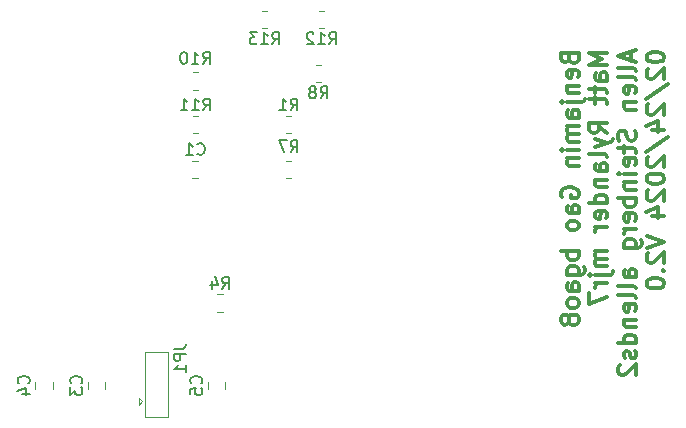
<source format=gbr>
%TF.GenerationSoftware,KiCad,Pcbnew,7.0.10*%
%TF.CreationDate,2024-03-01T12:09:53-06:00*%
%TF.ProjectId,ESP32,45535033-322e-46b6-9963-61645f706362,rev?*%
%TF.SameCoordinates,Original*%
%TF.FileFunction,Legend,Bot*%
%TF.FilePolarity,Positive*%
%FSLAX46Y46*%
G04 Gerber Fmt 4.6, Leading zero omitted, Abs format (unit mm)*
G04 Created by KiCad (PCBNEW 7.0.10) date 2024-03-01 12:09:53*
%MOMM*%
%LPD*%
G01*
G04 APERTURE LIST*
%ADD10C,0.300000*%
%ADD11C,0.150000*%
%ADD12C,0.120000*%
G04 APERTURE END LIST*
D10*
X135026114Y-88430510D02*
X135097542Y-88644796D01*
X135097542Y-88644796D02*
X135168971Y-88716225D01*
X135168971Y-88716225D02*
X135311828Y-88787653D01*
X135311828Y-88787653D02*
X135526114Y-88787653D01*
X135526114Y-88787653D02*
X135668971Y-88716225D01*
X135668971Y-88716225D02*
X135740400Y-88644796D01*
X135740400Y-88644796D02*
X135811828Y-88501939D01*
X135811828Y-88501939D02*
X135811828Y-87930510D01*
X135811828Y-87930510D02*
X134311828Y-87930510D01*
X134311828Y-87930510D02*
X134311828Y-88430510D01*
X134311828Y-88430510D02*
X134383257Y-88573368D01*
X134383257Y-88573368D02*
X134454685Y-88644796D01*
X134454685Y-88644796D02*
X134597542Y-88716225D01*
X134597542Y-88716225D02*
X134740400Y-88716225D01*
X134740400Y-88716225D02*
X134883257Y-88644796D01*
X134883257Y-88644796D02*
X134954685Y-88573368D01*
X134954685Y-88573368D02*
X135026114Y-88430510D01*
X135026114Y-88430510D02*
X135026114Y-87930510D01*
X135740400Y-90001939D02*
X135811828Y-89859082D01*
X135811828Y-89859082D02*
X135811828Y-89573368D01*
X135811828Y-89573368D02*
X135740400Y-89430510D01*
X135740400Y-89430510D02*
X135597542Y-89359082D01*
X135597542Y-89359082D02*
X135026114Y-89359082D01*
X135026114Y-89359082D02*
X134883257Y-89430510D01*
X134883257Y-89430510D02*
X134811828Y-89573368D01*
X134811828Y-89573368D02*
X134811828Y-89859082D01*
X134811828Y-89859082D02*
X134883257Y-90001939D01*
X134883257Y-90001939D02*
X135026114Y-90073368D01*
X135026114Y-90073368D02*
X135168971Y-90073368D01*
X135168971Y-90073368D02*
X135311828Y-89359082D01*
X134811828Y-90716224D02*
X135811828Y-90716224D01*
X134954685Y-90716224D02*
X134883257Y-90787653D01*
X134883257Y-90787653D02*
X134811828Y-90930510D01*
X134811828Y-90930510D02*
X134811828Y-91144796D01*
X134811828Y-91144796D02*
X134883257Y-91287653D01*
X134883257Y-91287653D02*
X135026114Y-91359082D01*
X135026114Y-91359082D02*
X135811828Y-91359082D01*
X134811828Y-92073367D02*
X136097542Y-92073367D01*
X136097542Y-92073367D02*
X136240400Y-92001939D01*
X136240400Y-92001939D02*
X136311828Y-91859082D01*
X136311828Y-91859082D02*
X136311828Y-91787653D01*
X134311828Y-92073367D02*
X134383257Y-92001939D01*
X134383257Y-92001939D02*
X134454685Y-92073367D01*
X134454685Y-92073367D02*
X134383257Y-92144796D01*
X134383257Y-92144796D02*
X134311828Y-92073367D01*
X134311828Y-92073367D02*
X134454685Y-92073367D01*
X135811828Y-93430511D02*
X135026114Y-93430511D01*
X135026114Y-93430511D02*
X134883257Y-93359082D01*
X134883257Y-93359082D02*
X134811828Y-93216225D01*
X134811828Y-93216225D02*
X134811828Y-92930511D01*
X134811828Y-92930511D02*
X134883257Y-92787653D01*
X135740400Y-93430511D02*
X135811828Y-93287653D01*
X135811828Y-93287653D02*
X135811828Y-92930511D01*
X135811828Y-92930511D02*
X135740400Y-92787653D01*
X135740400Y-92787653D02*
X135597542Y-92716225D01*
X135597542Y-92716225D02*
X135454685Y-92716225D01*
X135454685Y-92716225D02*
X135311828Y-92787653D01*
X135311828Y-92787653D02*
X135240400Y-92930511D01*
X135240400Y-92930511D02*
X135240400Y-93287653D01*
X135240400Y-93287653D02*
X135168971Y-93430511D01*
X135811828Y-94144796D02*
X134811828Y-94144796D01*
X134954685Y-94144796D02*
X134883257Y-94216225D01*
X134883257Y-94216225D02*
X134811828Y-94359082D01*
X134811828Y-94359082D02*
X134811828Y-94573368D01*
X134811828Y-94573368D02*
X134883257Y-94716225D01*
X134883257Y-94716225D02*
X135026114Y-94787654D01*
X135026114Y-94787654D02*
X135811828Y-94787654D01*
X135026114Y-94787654D02*
X134883257Y-94859082D01*
X134883257Y-94859082D02*
X134811828Y-95001939D01*
X134811828Y-95001939D02*
X134811828Y-95216225D01*
X134811828Y-95216225D02*
X134883257Y-95359082D01*
X134883257Y-95359082D02*
X135026114Y-95430511D01*
X135026114Y-95430511D02*
X135811828Y-95430511D01*
X135811828Y-96144796D02*
X134811828Y-96144796D01*
X134311828Y-96144796D02*
X134383257Y-96073368D01*
X134383257Y-96073368D02*
X134454685Y-96144796D01*
X134454685Y-96144796D02*
X134383257Y-96216225D01*
X134383257Y-96216225D02*
X134311828Y-96144796D01*
X134311828Y-96144796D02*
X134454685Y-96144796D01*
X134811828Y-96859082D02*
X135811828Y-96859082D01*
X134954685Y-96859082D02*
X134883257Y-96930511D01*
X134883257Y-96930511D02*
X134811828Y-97073368D01*
X134811828Y-97073368D02*
X134811828Y-97287654D01*
X134811828Y-97287654D02*
X134883257Y-97430511D01*
X134883257Y-97430511D02*
X135026114Y-97501940D01*
X135026114Y-97501940D02*
X135811828Y-97501940D01*
X134383257Y-100144797D02*
X134311828Y-100001940D01*
X134311828Y-100001940D02*
X134311828Y-99787654D01*
X134311828Y-99787654D02*
X134383257Y-99573368D01*
X134383257Y-99573368D02*
X134526114Y-99430511D01*
X134526114Y-99430511D02*
X134668971Y-99359082D01*
X134668971Y-99359082D02*
X134954685Y-99287654D01*
X134954685Y-99287654D02*
X135168971Y-99287654D01*
X135168971Y-99287654D02*
X135454685Y-99359082D01*
X135454685Y-99359082D02*
X135597542Y-99430511D01*
X135597542Y-99430511D02*
X135740400Y-99573368D01*
X135740400Y-99573368D02*
X135811828Y-99787654D01*
X135811828Y-99787654D02*
X135811828Y-99930511D01*
X135811828Y-99930511D02*
X135740400Y-100144797D01*
X135740400Y-100144797D02*
X135668971Y-100216225D01*
X135668971Y-100216225D02*
X135168971Y-100216225D01*
X135168971Y-100216225D02*
X135168971Y-99930511D01*
X135811828Y-101501940D02*
X135026114Y-101501940D01*
X135026114Y-101501940D02*
X134883257Y-101430511D01*
X134883257Y-101430511D02*
X134811828Y-101287654D01*
X134811828Y-101287654D02*
X134811828Y-101001940D01*
X134811828Y-101001940D02*
X134883257Y-100859082D01*
X135740400Y-101501940D02*
X135811828Y-101359082D01*
X135811828Y-101359082D02*
X135811828Y-101001940D01*
X135811828Y-101001940D02*
X135740400Y-100859082D01*
X135740400Y-100859082D02*
X135597542Y-100787654D01*
X135597542Y-100787654D02*
X135454685Y-100787654D01*
X135454685Y-100787654D02*
X135311828Y-100859082D01*
X135311828Y-100859082D02*
X135240400Y-101001940D01*
X135240400Y-101001940D02*
X135240400Y-101359082D01*
X135240400Y-101359082D02*
X135168971Y-101501940D01*
X135811828Y-102430511D02*
X135740400Y-102287654D01*
X135740400Y-102287654D02*
X135668971Y-102216225D01*
X135668971Y-102216225D02*
X135526114Y-102144797D01*
X135526114Y-102144797D02*
X135097542Y-102144797D01*
X135097542Y-102144797D02*
X134954685Y-102216225D01*
X134954685Y-102216225D02*
X134883257Y-102287654D01*
X134883257Y-102287654D02*
X134811828Y-102430511D01*
X134811828Y-102430511D02*
X134811828Y-102644797D01*
X134811828Y-102644797D02*
X134883257Y-102787654D01*
X134883257Y-102787654D02*
X134954685Y-102859083D01*
X134954685Y-102859083D02*
X135097542Y-102930511D01*
X135097542Y-102930511D02*
X135526114Y-102930511D01*
X135526114Y-102930511D02*
X135668971Y-102859083D01*
X135668971Y-102859083D02*
X135740400Y-102787654D01*
X135740400Y-102787654D02*
X135811828Y-102644797D01*
X135811828Y-102644797D02*
X135811828Y-102430511D01*
X135811828Y-104716225D02*
X134311828Y-104716225D01*
X134883257Y-104716225D02*
X134811828Y-104859083D01*
X134811828Y-104859083D02*
X134811828Y-105144797D01*
X134811828Y-105144797D02*
X134883257Y-105287654D01*
X134883257Y-105287654D02*
X134954685Y-105359083D01*
X134954685Y-105359083D02*
X135097542Y-105430511D01*
X135097542Y-105430511D02*
X135526114Y-105430511D01*
X135526114Y-105430511D02*
X135668971Y-105359083D01*
X135668971Y-105359083D02*
X135740400Y-105287654D01*
X135740400Y-105287654D02*
X135811828Y-105144797D01*
X135811828Y-105144797D02*
X135811828Y-104859083D01*
X135811828Y-104859083D02*
X135740400Y-104716225D01*
X134811828Y-106716226D02*
X136026114Y-106716226D01*
X136026114Y-106716226D02*
X136168971Y-106644797D01*
X136168971Y-106644797D02*
X136240400Y-106573368D01*
X136240400Y-106573368D02*
X136311828Y-106430511D01*
X136311828Y-106430511D02*
X136311828Y-106216226D01*
X136311828Y-106216226D02*
X136240400Y-106073368D01*
X135740400Y-106716226D02*
X135811828Y-106573368D01*
X135811828Y-106573368D02*
X135811828Y-106287654D01*
X135811828Y-106287654D02*
X135740400Y-106144797D01*
X135740400Y-106144797D02*
X135668971Y-106073368D01*
X135668971Y-106073368D02*
X135526114Y-106001940D01*
X135526114Y-106001940D02*
X135097542Y-106001940D01*
X135097542Y-106001940D02*
X134954685Y-106073368D01*
X134954685Y-106073368D02*
X134883257Y-106144797D01*
X134883257Y-106144797D02*
X134811828Y-106287654D01*
X134811828Y-106287654D02*
X134811828Y-106573368D01*
X134811828Y-106573368D02*
X134883257Y-106716226D01*
X135811828Y-108073369D02*
X135026114Y-108073369D01*
X135026114Y-108073369D02*
X134883257Y-108001940D01*
X134883257Y-108001940D02*
X134811828Y-107859083D01*
X134811828Y-107859083D02*
X134811828Y-107573369D01*
X134811828Y-107573369D02*
X134883257Y-107430511D01*
X135740400Y-108073369D02*
X135811828Y-107930511D01*
X135811828Y-107930511D02*
X135811828Y-107573369D01*
X135811828Y-107573369D02*
X135740400Y-107430511D01*
X135740400Y-107430511D02*
X135597542Y-107359083D01*
X135597542Y-107359083D02*
X135454685Y-107359083D01*
X135454685Y-107359083D02*
X135311828Y-107430511D01*
X135311828Y-107430511D02*
X135240400Y-107573369D01*
X135240400Y-107573369D02*
X135240400Y-107930511D01*
X135240400Y-107930511D02*
X135168971Y-108073369D01*
X135811828Y-109001940D02*
X135740400Y-108859083D01*
X135740400Y-108859083D02*
X135668971Y-108787654D01*
X135668971Y-108787654D02*
X135526114Y-108716226D01*
X135526114Y-108716226D02*
X135097542Y-108716226D01*
X135097542Y-108716226D02*
X134954685Y-108787654D01*
X134954685Y-108787654D02*
X134883257Y-108859083D01*
X134883257Y-108859083D02*
X134811828Y-109001940D01*
X134811828Y-109001940D02*
X134811828Y-109216226D01*
X134811828Y-109216226D02*
X134883257Y-109359083D01*
X134883257Y-109359083D02*
X134954685Y-109430512D01*
X134954685Y-109430512D02*
X135097542Y-109501940D01*
X135097542Y-109501940D02*
X135526114Y-109501940D01*
X135526114Y-109501940D02*
X135668971Y-109430512D01*
X135668971Y-109430512D02*
X135740400Y-109359083D01*
X135740400Y-109359083D02*
X135811828Y-109216226D01*
X135811828Y-109216226D02*
X135811828Y-109001940D01*
X134954685Y-110359083D02*
X134883257Y-110216226D01*
X134883257Y-110216226D02*
X134811828Y-110144797D01*
X134811828Y-110144797D02*
X134668971Y-110073369D01*
X134668971Y-110073369D02*
X134597542Y-110073369D01*
X134597542Y-110073369D02*
X134454685Y-110144797D01*
X134454685Y-110144797D02*
X134383257Y-110216226D01*
X134383257Y-110216226D02*
X134311828Y-110359083D01*
X134311828Y-110359083D02*
X134311828Y-110644797D01*
X134311828Y-110644797D02*
X134383257Y-110787655D01*
X134383257Y-110787655D02*
X134454685Y-110859083D01*
X134454685Y-110859083D02*
X134597542Y-110930512D01*
X134597542Y-110930512D02*
X134668971Y-110930512D01*
X134668971Y-110930512D02*
X134811828Y-110859083D01*
X134811828Y-110859083D02*
X134883257Y-110787655D01*
X134883257Y-110787655D02*
X134954685Y-110644797D01*
X134954685Y-110644797D02*
X134954685Y-110359083D01*
X134954685Y-110359083D02*
X135026114Y-110216226D01*
X135026114Y-110216226D02*
X135097542Y-110144797D01*
X135097542Y-110144797D02*
X135240400Y-110073369D01*
X135240400Y-110073369D02*
X135526114Y-110073369D01*
X135526114Y-110073369D02*
X135668971Y-110144797D01*
X135668971Y-110144797D02*
X135740400Y-110216226D01*
X135740400Y-110216226D02*
X135811828Y-110359083D01*
X135811828Y-110359083D02*
X135811828Y-110644797D01*
X135811828Y-110644797D02*
X135740400Y-110787655D01*
X135740400Y-110787655D02*
X135668971Y-110859083D01*
X135668971Y-110859083D02*
X135526114Y-110930512D01*
X135526114Y-110930512D02*
X135240400Y-110930512D01*
X135240400Y-110930512D02*
X135097542Y-110859083D01*
X135097542Y-110859083D02*
X135026114Y-110787655D01*
X135026114Y-110787655D02*
X134954685Y-110644797D01*
X138226828Y-87930510D02*
X136726828Y-87930510D01*
X136726828Y-87930510D02*
X137798257Y-88430510D01*
X137798257Y-88430510D02*
X136726828Y-88930510D01*
X136726828Y-88930510D02*
X138226828Y-88930510D01*
X138226828Y-90287654D02*
X137441114Y-90287654D01*
X137441114Y-90287654D02*
X137298257Y-90216225D01*
X137298257Y-90216225D02*
X137226828Y-90073368D01*
X137226828Y-90073368D02*
X137226828Y-89787654D01*
X137226828Y-89787654D02*
X137298257Y-89644796D01*
X138155400Y-90287654D02*
X138226828Y-90144796D01*
X138226828Y-90144796D02*
X138226828Y-89787654D01*
X138226828Y-89787654D02*
X138155400Y-89644796D01*
X138155400Y-89644796D02*
X138012542Y-89573368D01*
X138012542Y-89573368D02*
X137869685Y-89573368D01*
X137869685Y-89573368D02*
X137726828Y-89644796D01*
X137726828Y-89644796D02*
X137655400Y-89787654D01*
X137655400Y-89787654D02*
X137655400Y-90144796D01*
X137655400Y-90144796D02*
X137583971Y-90287654D01*
X137226828Y-90787654D02*
X137226828Y-91359082D01*
X136726828Y-91001939D02*
X138012542Y-91001939D01*
X138012542Y-91001939D02*
X138155400Y-91073368D01*
X138155400Y-91073368D02*
X138226828Y-91216225D01*
X138226828Y-91216225D02*
X138226828Y-91359082D01*
X137226828Y-91644797D02*
X137226828Y-92216225D01*
X136726828Y-91859082D02*
X138012542Y-91859082D01*
X138012542Y-91859082D02*
X138155400Y-91930511D01*
X138155400Y-91930511D02*
X138226828Y-92073368D01*
X138226828Y-92073368D02*
X138226828Y-92216225D01*
X138226828Y-94716225D02*
X137512542Y-94216225D01*
X138226828Y-93859082D02*
X136726828Y-93859082D01*
X136726828Y-93859082D02*
X136726828Y-94430511D01*
X136726828Y-94430511D02*
X136798257Y-94573368D01*
X136798257Y-94573368D02*
X136869685Y-94644797D01*
X136869685Y-94644797D02*
X137012542Y-94716225D01*
X137012542Y-94716225D02*
X137226828Y-94716225D01*
X137226828Y-94716225D02*
X137369685Y-94644797D01*
X137369685Y-94644797D02*
X137441114Y-94573368D01*
X137441114Y-94573368D02*
X137512542Y-94430511D01*
X137512542Y-94430511D02*
X137512542Y-93859082D01*
X137226828Y-95216225D02*
X138226828Y-95573368D01*
X137226828Y-95930511D02*
X138226828Y-95573368D01*
X138226828Y-95573368D02*
X138583971Y-95430511D01*
X138583971Y-95430511D02*
X138655400Y-95359082D01*
X138655400Y-95359082D02*
X138726828Y-95216225D01*
X138226828Y-96716225D02*
X138155400Y-96573368D01*
X138155400Y-96573368D02*
X138012542Y-96501939D01*
X138012542Y-96501939D02*
X136726828Y-96501939D01*
X138226828Y-97930511D02*
X137441114Y-97930511D01*
X137441114Y-97930511D02*
X137298257Y-97859082D01*
X137298257Y-97859082D02*
X137226828Y-97716225D01*
X137226828Y-97716225D02*
X137226828Y-97430511D01*
X137226828Y-97430511D02*
X137298257Y-97287653D01*
X138155400Y-97930511D02*
X138226828Y-97787653D01*
X138226828Y-97787653D02*
X138226828Y-97430511D01*
X138226828Y-97430511D02*
X138155400Y-97287653D01*
X138155400Y-97287653D02*
X138012542Y-97216225D01*
X138012542Y-97216225D02*
X137869685Y-97216225D01*
X137869685Y-97216225D02*
X137726828Y-97287653D01*
X137726828Y-97287653D02*
X137655400Y-97430511D01*
X137655400Y-97430511D02*
X137655400Y-97787653D01*
X137655400Y-97787653D02*
X137583971Y-97930511D01*
X137226828Y-98644796D02*
X138226828Y-98644796D01*
X137369685Y-98644796D02*
X137298257Y-98716225D01*
X137298257Y-98716225D02*
X137226828Y-98859082D01*
X137226828Y-98859082D02*
X137226828Y-99073368D01*
X137226828Y-99073368D02*
X137298257Y-99216225D01*
X137298257Y-99216225D02*
X137441114Y-99287654D01*
X137441114Y-99287654D02*
X138226828Y-99287654D01*
X138226828Y-100644797D02*
X136726828Y-100644797D01*
X138155400Y-100644797D02*
X138226828Y-100501939D01*
X138226828Y-100501939D02*
X138226828Y-100216225D01*
X138226828Y-100216225D02*
X138155400Y-100073368D01*
X138155400Y-100073368D02*
X138083971Y-100001939D01*
X138083971Y-100001939D02*
X137941114Y-99930511D01*
X137941114Y-99930511D02*
X137512542Y-99930511D01*
X137512542Y-99930511D02*
X137369685Y-100001939D01*
X137369685Y-100001939D02*
X137298257Y-100073368D01*
X137298257Y-100073368D02*
X137226828Y-100216225D01*
X137226828Y-100216225D02*
X137226828Y-100501939D01*
X137226828Y-100501939D02*
X137298257Y-100644797D01*
X138155400Y-101930511D02*
X138226828Y-101787654D01*
X138226828Y-101787654D02*
X138226828Y-101501940D01*
X138226828Y-101501940D02*
X138155400Y-101359082D01*
X138155400Y-101359082D02*
X138012542Y-101287654D01*
X138012542Y-101287654D02*
X137441114Y-101287654D01*
X137441114Y-101287654D02*
X137298257Y-101359082D01*
X137298257Y-101359082D02*
X137226828Y-101501940D01*
X137226828Y-101501940D02*
X137226828Y-101787654D01*
X137226828Y-101787654D02*
X137298257Y-101930511D01*
X137298257Y-101930511D02*
X137441114Y-102001940D01*
X137441114Y-102001940D02*
X137583971Y-102001940D01*
X137583971Y-102001940D02*
X137726828Y-101287654D01*
X138226828Y-102644796D02*
X137226828Y-102644796D01*
X137512542Y-102644796D02*
X137369685Y-102716225D01*
X137369685Y-102716225D02*
X137298257Y-102787654D01*
X137298257Y-102787654D02*
X137226828Y-102930511D01*
X137226828Y-102930511D02*
X137226828Y-103073368D01*
X138226828Y-104716224D02*
X137226828Y-104716224D01*
X137369685Y-104716224D02*
X137298257Y-104787653D01*
X137298257Y-104787653D02*
X137226828Y-104930510D01*
X137226828Y-104930510D02*
X137226828Y-105144796D01*
X137226828Y-105144796D02*
X137298257Y-105287653D01*
X137298257Y-105287653D02*
X137441114Y-105359082D01*
X137441114Y-105359082D02*
X138226828Y-105359082D01*
X137441114Y-105359082D02*
X137298257Y-105430510D01*
X137298257Y-105430510D02*
X137226828Y-105573367D01*
X137226828Y-105573367D02*
X137226828Y-105787653D01*
X137226828Y-105787653D02*
X137298257Y-105930510D01*
X137298257Y-105930510D02*
X137441114Y-106001939D01*
X137441114Y-106001939D02*
X138226828Y-106001939D01*
X137226828Y-106716224D02*
X138512542Y-106716224D01*
X138512542Y-106716224D02*
X138655400Y-106644796D01*
X138655400Y-106644796D02*
X138726828Y-106501939D01*
X138726828Y-106501939D02*
X138726828Y-106430510D01*
X136726828Y-106716224D02*
X136798257Y-106644796D01*
X136798257Y-106644796D02*
X136869685Y-106716224D01*
X136869685Y-106716224D02*
X136798257Y-106787653D01*
X136798257Y-106787653D02*
X136726828Y-106716224D01*
X136726828Y-106716224D02*
X136869685Y-106716224D01*
X138226828Y-107430510D02*
X137226828Y-107430510D01*
X137512542Y-107430510D02*
X137369685Y-107501939D01*
X137369685Y-107501939D02*
X137298257Y-107573368D01*
X137298257Y-107573368D02*
X137226828Y-107716225D01*
X137226828Y-107716225D02*
X137226828Y-107859082D01*
X136726828Y-108216224D02*
X136726828Y-109216224D01*
X136726828Y-109216224D02*
X138226828Y-108573367D01*
X140213257Y-87859082D02*
X140213257Y-88573368D01*
X140641828Y-87716225D02*
X139141828Y-88216225D01*
X139141828Y-88216225D02*
X140641828Y-88716225D01*
X140641828Y-89430510D02*
X140570400Y-89287653D01*
X140570400Y-89287653D02*
X140427542Y-89216224D01*
X140427542Y-89216224D02*
X139141828Y-89216224D01*
X140641828Y-90216224D02*
X140570400Y-90073367D01*
X140570400Y-90073367D02*
X140427542Y-90001938D01*
X140427542Y-90001938D02*
X139141828Y-90001938D01*
X140570400Y-91359081D02*
X140641828Y-91216224D01*
X140641828Y-91216224D02*
X140641828Y-90930510D01*
X140641828Y-90930510D02*
X140570400Y-90787652D01*
X140570400Y-90787652D02*
X140427542Y-90716224D01*
X140427542Y-90716224D02*
X139856114Y-90716224D01*
X139856114Y-90716224D02*
X139713257Y-90787652D01*
X139713257Y-90787652D02*
X139641828Y-90930510D01*
X139641828Y-90930510D02*
X139641828Y-91216224D01*
X139641828Y-91216224D02*
X139713257Y-91359081D01*
X139713257Y-91359081D02*
X139856114Y-91430510D01*
X139856114Y-91430510D02*
X139998971Y-91430510D01*
X139998971Y-91430510D02*
X140141828Y-90716224D01*
X139641828Y-92073366D02*
X140641828Y-92073366D01*
X139784685Y-92073366D02*
X139713257Y-92144795D01*
X139713257Y-92144795D02*
X139641828Y-92287652D01*
X139641828Y-92287652D02*
X139641828Y-92501938D01*
X139641828Y-92501938D02*
X139713257Y-92644795D01*
X139713257Y-92644795D02*
X139856114Y-92716224D01*
X139856114Y-92716224D02*
X140641828Y-92716224D01*
X140570400Y-94501938D02*
X140641828Y-94716224D01*
X140641828Y-94716224D02*
X140641828Y-95073366D01*
X140641828Y-95073366D02*
X140570400Y-95216224D01*
X140570400Y-95216224D02*
X140498971Y-95287652D01*
X140498971Y-95287652D02*
X140356114Y-95359081D01*
X140356114Y-95359081D02*
X140213257Y-95359081D01*
X140213257Y-95359081D02*
X140070400Y-95287652D01*
X140070400Y-95287652D02*
X139998971Y-95216224D01*
X139998971Y-95216224D02*
X139927542Y-95073366D01*
X139927542Y-95073366D02*
X139856114Y-94787652D01*
X139856114Y-94787652D02*
X139784685Y-94644795D01*
X139784685Y-94644795D02*
X139713257Y-94573366D01*
X139713257Y-94573366D02*
X139570400Y-94501938D01*
X139570400Y-94501938D02*
X139427542Y-94501938D01*
X139427542Y-94501938D02*
X139284685Y-94573366D01*
X139284685Y-94573366D02*
X139213257Y-94644795D01*
X139213257Y-94644795D02*
X139141828Y-94787652D01*
X139141828Y-94787652D02*
X139141828Y-95144795D01*
X139141828Y-95144795D02*
X139213257Y-95359081D01*
X139641828Y-95787652D02*
X139641828Y-96359080D01*
X139141828Y-96001937D02*
X140427542Y-96001937D01*
X140427542Y-96001937D02*
X140570400Y-96073366D01*
X140570400Y-96073366D02*
X140641828Y-96216223D01*
X140641828Y-96216223D02*
X140641828Y-96359080D01*
X140570400Y-97430509D02*
X140641828Y-97287652D01*
X140641828Y-97287652D02*
X140641828Y-97001938D01*
X140641828Y-97001938D02*
X140570400Y-96859080D01*
X140570400Y-96859080D02*
X140427542Y-96787652D01*
X140427542Y-96787652D02*
X139856114Y-96787652D01*
X139856114Y-96787652D02*
X139713257Y-96859080D01*
X139713257Y-96859080D02*
X139641828Y-97001938D01*
X139641828Y-97001938D02*
X139641828Y-97287652D01*
X139641828Y-97287652D02*
X139713257Y-97430509D01*
X139713257Y-97430509D02*
X139856114Y-97501938D01*
X139856114Y-97501938D02*
X139998971Y-97501938D01*
X139998971Y-97501938D02*
X140141828Y-96787652D01*
X140641828Y-98144794D02*
X139641828Y-98144794D01*
X139141828Y-98144794D02*
X139213257Y-98073366D01*
X139213257Y-98073366D02*
X139284685Y-98144794D01*
X139284685Y-98144794D02*
X139213257Y-98216223D01*
X139213257Y-98216223D02*
X139141828Y-98144794D01*
X139141828Y-98144794D02*
X139284685Y-98144794D01*
X139641828Y-98859080D02*
X140641828Y-98859080D01*
X139784685Y-98859080D02*
X139713257Y-98930509D01*
X139713257Y-98930509D02*
X139641828Y-99073366D01*
X139641828Y-99073366D02*
X139641828Y-99287652D01*
X139641828Y-99287652D02*
X139713257Y-99430509D01*
X139713257Y-99430509D02*
X139856114Y-99501938D01*
X139856114Y-99501938D02*
X140641828Y-99501938D01*
X140641828Y-100216223D02*
X139141828Y-100216223D01*
X139713257Y-100216223D02*
X139641828Y-100359081D01*
X139641828Y-100359081D02*
X139641828Y-100644795D01*
X139641828Y-100644795D02*
X139713257Y-100787652D01*
X139713257Y-100787652D02*
X139784685Y-100859081D01*
X139784685Y-100859081D02*
X139927542Y-100930509D01*
X139927542Y-100930509D02*
X140356114Y-100930509D01*
X140356114Y-100930509D02*
X140498971Y-100859081D01*
X140498971Y-100859081D02*
X140570400Y-100787652D01*
X140570400Y-100787652D02*
X140641828Y-100644795D01*
X140641828Y-100644795D02*
X140641828Y-100359081D01*
X140641828Y-100359081D02*
X140570400Y-100216223D01*
X140570400Y-102144795D02*
X140641828Y-102001938D01*
X140641828Y-102001938D02*
X140641828Y-101716224D01*
X140641828Y-101716224D02*
X140570400Y-101573366D01*
X140570400Y-101573366D02*
X140427542Y-101501938D01*
X140427542Y-101501938D02*
X139856114Y-101501938D01*
X139856114Y-101501938D02*
X139713257Y-101573366D01*
X139713257Y-101573366D02*
X139641828Y-101716224D01*
X139641828Y-101716224D02*
X139641828Y-102001938D01*
X139641828Y-102001938D02*
X139713257Y-102144795D01*
X139713257Y-102144795D02*
X139856114Y-102216224D01*
X139856114Y-102216224D02*
X139998971Y-102216224D01*
X139998971Y-102216224D02*
X140141828Y-101501938D01*
X140641828Y-102859080D02*
X139641828Y-102859080D01*
X139927542Y-102859080D02*
X139784685Y-102930509D01*
X139784685Y-102930509D02*
X139713257Y-103001938D01*
X139713257Y-103001938D02*
X139641828Y-103144795D01*
X139641828Y-103144795D02*
X139641828Y-103287652D01*
X139641828Y-104430509D02*
X140856114Y-104430509D01*
X140856114Y-104430509D02*
X140998971Y-104359080D01*
X140998971Y-104359080D02*
X141070400Y-104287651D01*
X141070400Y-104287651D02*
X141141828Y-104144794D01*
X141141828Y-104144794D02*
X141141828Y-103930509D01*
X141141828Y-103930509D02*
X141070400Y-103787651D01*
X140570400Y-104430509D02*
X140641828Y-104287651D01*
X140641828Y-104287651D02*
X140641828Y-104001937D01*
X140641828Y-104001937D02*
X140570400Y-103859080D01*
X140570400Y-103859080D02*
X140498971Y-103787651D01*
X140498971Y-103787651D02*
X140356114Y-103716223D01*
X140356114Y-103716223D02*
X139927542Y-103716223D01*
X139927542Y-103716223D02*
X139784685Y-103787651D01*
X139784685Y-103787651D02*
X139713257Y-103859080D01*
X139713257Y-103859080D02*
X139641828Y-104001937D01*
X139641828Y-104001937D02*
X139641828Y-104287651D01*
X139641828Y-104287651D02*
X139713257Y-104430509D01*
X140641828Y-106930509D02*
X139856114Y-106930509D01*
X139856114Y-106930509D02*
X139713257Y-106859080D01*
X139713257Y-106859080D02*
X139641828Y-106716223D01*
X139641828Y-106716223D02*
X139641828Y-106430509D01*
X139641828Y-106430509D02*
X139713257Y-106287651D01*
X140570400Y-106930509D02*
X140641828Y-106787651D01*
X140641828Y-106787651D02*
X140641828Y-106430509D01*
X140641828Y-106430509D02*
X140570400Y-106287651D01*
X140570400Y-106287651D02*
X140427542Y-106216223D01*
X140427542Y-106216223D02*
X140284685Y-106216223D01*
X140284685Y-106216223D02*
X140141828Y-106287651D01*
X140141828Y-106287651D02*
X140070400Y-106430509D01*
X140070400Y-106430509D02*
X140070400Y-106787651D01*
X140070400Y-106787651D02*
X139998971Y-106930509D01*
X140641828Y-107859080D02*
X140570400Y-107716223D01*
X140570400Y-107716223D02*
X140427542Y-107644794D01*
X140427542Y-107644794D02*
X139141828Y-107644794D01*
X140641828Y-108644794D02*
X140570400Y-108501937D01*
X140570400Y-108501937D02*
X140427542Y-108430508D01*
X140427542Y-108430508D02*
X139141828Y-108430508D01*
X140570400Y-109787651D02*
X140641828Y-109644794D01*
X140641828Y-109644794D02*
X140641828Y-109359080D01*
X140641828Y-109359080D02*
X140570400Y-109216222D01*
X140570400Y-109216222D02*
X140427542Y-109144794D01*
X140427542Y-109144794D02*
X139856114Y-109144794D01*
X139856114Y-109144794D02*
X139713257Y-109216222D01*
X139713257Y-109216222D02*
X139641828Y-109359080D01*
X139641828Y-109359080D02*
X139641828Y-109644794D01*
X139641828Y-109644794D02*
X139713257Y-109787651D01*
X139713257Y-109787651D02*
X139856114Y-109859080D01*
X139856114Y-109859080D02*
X139998971Y-109859080D01*
X139998971Y-109859080D02*
X140141828Y-109144794D01*
X139641828Y-110501936D02*
X140641828Y-110501936D01*
X139784685Y-110501936D02*
X139713257Y-110573365D01*
X139713257Y-110573365D02*
X139641828Y-110716222D01*
X139641828Y-110716222D02*
X139641828Y-110930508D01*
X139641828Y-110930508D02*
X139713257Y-111073365D01*
X139713257Y-111073365D02*
X139856114Y-111144794D01*
X139856114Y-111144794D02*
X140641828Y-111144794D01*
X140641828Y-112501937D02*
X139141828Y-112501937D01*
X140570400Y-112501937D02*
X140641828Y-112359079D01*
X140641828Y-112359079D02*
X140641828Y-112073365D01*
X140641828Y-112073365D02*
X140570400Y-111930508D01*
X140570400Y-111930508D02*
X140498971Y-111859079D01*
X140498971Y-111859079D02*
X140356114Y-111787651D01*
X140356114Y-111787651D02*
X139927542Y-111787651D01*
X139927542Y-111787651D02*
X139784685Y-111859079D01*
X139784685Y-111859079D02*
X139713257Y-111930508D01*
X139713257Y-111930508D02*
X139641828Y-112073365D01*
X139641828Y-112073365D02*
X139641828Y-112359079D01*
X139641828Y-112359079D02*
X139713257Y-112501937D01*
X140570400Y-113144794D02*
X140641828Y-113287651D01*
X140641828Y-113287651D02*
X140641828Y-113573365D01*
X140641828Y-113573365D02*
X140570400Y-113716222D01*
X140570400Y-113716222D02*
X140427542Y-113787651D01*
X140427542Y-113787651D02*
X140356114Y-113787651D01*
X140356114Y-113787651D02*
X140213257Y-113716222D01*
X140213257Y-113716222D02*
X140141828Y-113573365D01*
X140141828Y-113573365D02*
X140141828Y-113359080D01*
X140141828Y-113359080D02*
X140070400Y-113216222D01*
X140070400Y-113216222D02*
X139927542Y-113144794D01*
X139927542Y-113144794D02*
X139856114Y-113144794D01*
X139856114Y-113144794D02*
X139713257Y-113216222D01*
X139713257Y-113216222D02*
X139641828Y-113359080D01*
X139641828Y-113359080D02*
X139641828Y-113573365D01*
X139641828Y-113573365D02*
X139713257Y-113716222D01*
X139284685Y-114359080D02*
X139213257Y-114430508D01*
X139213257Y-114430508D02*
X139141828Y-114573366D01*
X139141828Y-114573366D02*
X139141828Y-114930508D01*
X139141828Y-114930508D02*
X139213257Y-115073366D01*
X139213257Y-115073366D02*
X139284685Y-115144794D01*
X139284685Y-115144794D02*
X139427542Y-115216223D01*
X139427542Y-115216223D02*
X139570400Y-115216223D01*
X139570400Y-115216223D02*
X139784685Y-115144794D01*
X139784685Y-115144794D02*
X140641828Y-114287651D01*
X140641828Y-114287651D02*
X140641828Y-115216223D01*
X141556828Y-88216225D02*
X141556828Y-88359082D01*
X141556828Y-88359082D02*
X141628257Y-88501939D01*
X141628257Y-88501939D02*
X141699685Y-88573368D01*
X141699685Y-88573368D02*
X141842542Y-88644796D01*
X141842542Y-88644796D02*
X142128257Y-88716225D01*
X142128257Y-88716225D02*
X142485400Y-88716225D01*
X142485400Y-88716225D02*
X142771114Y-88644796D01*
X142771114Y-88644796D02*
X142913971Y-88573368D01*
X142913971Y-88573368D02*
X142985400Y-88501939D01*
X142985400Y-88501939D02*
X143056828Y-88359082D01*
X143056828Y-88359082D02*
X143056828Y-88216225D01*
X143056828Y-88216225D02*
X142985400Y-88073368D01*
X142985400Y-88073368D02*
X142913971Y-88001939D01*
X142913971Y-88001939D02*
X142771114Y-87930510D01*
X142771114Y-87930510D02*
X142485400Y-87859082D01*
X142485400Y-87859082D02*
X142128257Y-87859082D01*
X142128257Y-87859082D02*
X141842542Y-87930510D01*
X141842542Y-87930510D02*
X141699685Y-88001939D01*
X141699685Y-88001939D02*
X141628257Y-88073368D01*
X141628257Y-88073368D02*
X141556828Y-88216225D01*
X141699685Y-89287653D02*
X141628257Y-89359081D01*
X141628257Y-89359081D02*
X141556828Y-89501939D01*
X141556828Y-89501939D02*
X141556828Y-89859081D01*
X141556828Y-89859081D02*
X141628257Y-90001939D01*
X141628257Y-90001939D02*
X141699685Y-90073367D01*
X141699685Y-90073367D02*
X141842542Y-90144796D01*
X141842542Y-90144796D02*
X141985400Y-90144796D01*
X141985400Y-90144796D02*
X142199685Y-90073367D01*
X142199685Y-90073367D02*
X143056828Y-89216224D01*
X143056828Y-89216224D02*
X143056828Y-90144796D01*
X141485400Y-91859081D02*
X143413971Y-90573367D01*
X141699685Y-92287653D02*
X141628257Y-92359081D01*
X141628257Y-92359081D02*
X141556828Y-92501939D01*
X141556828Y-92501939D02*
X141556828Y-92859081D01*
X141556828Y-92859081D02*
X141628257Y-93001939D01*
X141628257Y-93001939D02*
X141699685Y-93073367D01*
X141699685Y-93073367D02*
X141842542Y-93144796D01*
X141842542Y-93144796D02*
X141985400Y-93144796D01*
X141985400Y-93144796D02*
X142199685Y-93073367D01*
X142199685Y-93073367D02*
X143056828Y-92216224D01*
X143056828Y-92216224D02*
X143056828Y-93144796D01*
X142056828Y-94430510D02*
X143056828Y-94430510D01*
X141485400Y-94073367D02*
X142556828Y-93716224D01*
X142556828Y-93716224D02*
X142556828Y-94644795D01*
X141485400Y-96287652D02*
X143413971Y-95001938D01*
X141699685Y-96716224D02*
X141628257Y-96787652D01*
X141628257Y-96787652D02*
X141556828Y-96930510D01*
X141556828Y-96930510D02*
X141556828Y-97287652D01*
X141556828Y-97287652D02*
X141628257Y-97430510D01*
X141628257Y-97430510D02*
X141699685Y-97501938D01*
X141699685Y-97501938D02*
X141842542Y-97573367D01*
X141842542Y-97573367D02*
X141985400Y-97573367D01*
X141985400Y-97573367D02*
X142199685Y-97501938D01*
X142199685Y-97501938D02*
X143056828Y-96644795D01*
X143056828Y-96644795D02*
X143056828Y-97573367D01*
X141556828Y-98501938D02*
X141556828Y-98644795D01*
X141556828Y-98644795D02*
X141628257Y-98787652D01*
X141628257Y-98787652D02*
X141699685Y-98859081D01*
X141699685Y-98859081D02*
X141842542Y-98930509D01*
X141842542Y-98930509D02*
X142128257Y-99001938D01*
X142128257Y-99001938D02*
X142485400Y-99001938D01*
X142485400Y-99001938D02*
X142771114Y-98930509D01*
X142771114Y-98930509D02*
X142913971Y-98859081D01*
X142913971Y-98859081D02*
X142985400Y-98787652D01*
X142985400Y-98787652D02*
X143056828Y-98644795D01*
X143056828Y-98644795D02*
X143056828Y-98501938D01*
X143056828Y-98501938D02*
X142985400Y-98359081D01*
X142985400Y-98359081D02*
X142913971Y-98287652D01*
X142913971Y-98287652D02*
X142771114Y-98216223D01*
X142771114Y-98216223D02*
X142485400Y-98144795D01*
X142485400Y-98144795D02*
X142128257Y-98144795D01*
X142128257Y-98144795D02*
X141842542Y-98216223D01*
X141842542Y-98216223D02*
X141699685Y-98287652D01*
X141699685Y-98287652D02*
X141628257Y-98359081D01*
X141628257Y-98359081D02*
X141556828Y-98501938D01*
X141699685Y-99573366D02*
X141628257Y-99644794D01*
X141628257Y-99644794D02*
X141556828Y-99787652D01*
X141556828Y-99787652D02*
X141556828Y-100144794D01*
X141556828Y-100144794D02*
X141628257Y-100287652D01*
X141628257Y-100287652D02*
X141699685Y-100359080D01*
X141699685Y-100359080D02*
X141842542Y-100430509D01*
X141842542Y-100430509D02*
X141985400Y-100430509D01*
X141985400Y-100430509D02*
X142199685Y-100359080D01*
X142199685Y-100359080D02*
X143056828Y-99501937D01*
X143056828Y-99501937D02*
X143056828Y-100430509D01*
X142056828Y-101716223D02*
X143056828Y-101716223D01*
X141485400Y-101359080D02*
X142556828Y-101001937D01*
X142556828Y-101001937D02*
X142556828Y-101930508D01*
X141556828Y-103430508D02*
X143056828Y-103930508D01*
X143056828Y-103930508D02*
X141556828Y-104430508D01*
X141699685Y-104859079D02*
X141628257Y-104930507D01*
X141628257Y-104930507D02*
X141556828Y-105073365D01*
X141556828Y-105073365D02*
X141556828Y-105430507D01*
X141556828Y-105430507D02*
X141628257Y-105573365D01*
X141628257Y-105573365D02*
X141699685Y-105644793D01*
X141699685Y-105644793D02*
X141842542Y-105716222D01*
X141842542Y-105716222D02*
X141985400Y-105716222D01*
X141985400Y-105716222D02*
X142199685Y-105644793D01*
X142199685Y-105644793D02*
X143056828Y-104787650D01*
X143056828Y-104787650D02*
X143056828Y-105716222D01*
X142913971Y-106359078D02*
X142985400Y-106430507D01*
X142985400Y-106430507D02*
X143056828Y-106359078D01*
X143056828Y-106359078D02*
X142985400Y-106287650D01*
X142985400Y-106287650D02*
X142913971Y-106359078D01*
X142913971Y-106359078D02*
X143056828Y-106359078D01*
X141556828Y-107359079D02*
X141556828Y-107501936D01*
X141556828Y-107501936D02*
X141628257Y-107644793D01*
X141628257Y-107644793D02*
X141699685Y-107716222D01*
X141699685Y-107716222D02*
X141842542Y-107787650D01*
X141842542Y-107787650D02*
X142128257Y-107859079D01*
X142128257Y-107859079D02*
X142485400Y-107859079D01*
X142485400Y-107859079D02*
X142771114Y-107787650D01*
X142771114Y-107787650D02*
X142913971Y-107716222D01*
X142913971Y-107716222D02*
X142985400Y-107644793D01*
X142985400Y-107644793D02*
X143056828Y-107501936D01*
X143056828Y-107501936D02*
X143056828Y-107359079D01*
X143056828Y-107359079D02*
X142985400Y-107216222D01*
X142985400Y-107216222D02*
X142913971Y-107144793D01*
X142913971Y-107144793D02*
X142771114Y-107073364D01*
X142771114Y-107073364D02*
X142485400Y-107001936D01*
X142485400Y-107001936D02*
X142128257Y-107001936D01*
X142128257Y-107001936D02*
X141842542Y-107073364D01*
X141842542Y-107073364D02*
X141699685Y-107144793D01*
X141699685Y-107144793D02*
X141628257Y-107216222D01*
X141628257Y-107216222D02*
X141556828Y-107359079D01*
D11*
X111418666Y-96339819D02*
X111751999Y-95863628D01*
X111990094Y-96339819D02*
X111990094Y-95339819D01*
X111990094Y-95339819D02*
X111609142Y-95339819D01*
X111609142Y-95339819D02*
X111513904Y-95387438D01*
X111513904Y-95387438D02*
X111466285Y-95435057D01*
X111466285Y-95435057D02*
X111418666Y-95530295D01*
X111418666Y-95530295D02*
X111418666Y-95673152D01*
X111418666Y-95673152D02*
X111466285Y-95768390D01*
X111466285Y-95768390D02*
X111513904Y-95816009D01*
X111513904Y-95816009D02*
X111609142Y-95863628D01*
X111609142Y-95863628D02*
X111990094Y-95863628D01*
X111085332Y-95339819D02*
X110418666Y-95339819D01*
X110418666Y-95339819D02*
X110847237Y-96339819D01*
X104003357Y-88846819D02*
X104336690Y-88370628D01*
X104574785Y-88846819D02*
X104574785Y-87846819D01*
X104574785Y-87846819D02*
X104193833Y-87846819D01*
X104193833Y-87846819D02*
X104098595Y-87894438D01*
X104098595Y-87894438D02*
X104050976Y-87942057D01*
X104050976Y-87942057D02*
X104003357Y-88037295D01*
X104003357Y-88037295D02*
X104003357Y-88180152D01*
X104003357Y-88180152D02*
X104050976Y-88275390D01*
X104050976Y-88275390D02*
X104098595Y-88323009D01*
X104098595Y-88323009D02*
X104193833Y-88370628D01*
X104193833Y-88370628D02*
X104574785Y-88370628D01*
X103050976Y-88846819D02*
X103622404Y-88846819D01*
X103336690Y-88846819D02*
X103336690Y-87846819D01*
X103336690Y-87846819D02*
X103431928Y-87989676D01*
X103431928Y-87989676D02*
X103527166Y-88084914D01*
X103527166Y-88084914D02*
X103622404Y-88132533D01*
X102431928Y-87846819D02*
X102336690Y-87846819D01*
X102336690Y-87846819D02*
X102241452Y-87894438D01*
X102241452Y-87894438D02*
X102193833Y-87942057D01*
X102193833Y-87942057D02*
X102146214Y-88037295D01*
X102146214Y-88037295D02*
X102098595Y-88227771D01*
X102098595Y-88227771D02*
X102098595Y-88465866D01*
X102098595Y-88465866D02*
X102146214Y-88656342D01*
X102146214Y-88656342D02*
X102193833Y-88751580D01*
X102193833Y-88751580D02*
X102241452Y-88799200D01*
X102241452Y-88799200D02*
X102336690Y-88846819D01*
X102336690Y-88846819D02*
X102431928Y-88846819D01*
X102431928Y-88846819D02*
X102527166Y-88799200D01*
X102527166Y-88799200D02*
X102574785Y-88751580D01*
X102574785Y-88751580D02*
X102622404Y-88656342D01*
X102622404Y-88656342D02*
X102670023Y-88465866D01*
X102670023Y-88465866D02*
X102670023Y-88227771D01*
X102670023Y-88227771D02*
X102622404Y-88037295D01*
X102622404Y-88037295D02*
X102574785Y-87942057D01*
X102574785Y-87942057D02*
X102527166Y-87894438D01*
X102527166Y-87894438D02*
X102431928Y-87846819D01*
X93675580Y-115911333D02*
X93723200Y-115863714D01*
X93723200Y-115863714D02*
X93770819Y-115720857D01*
X93770819Y-115720857D02*
X93770819Y-115625619D01*
X93770819Y-115625619D02*
X93723200Y-115482762D01*
X93723200Y-115482762D02*
X93627961Y-115387524D01*
X93627961Y-115387524D02*
X93532723Y-115339905D01*
X93532723Y-115339905D02*
X93342247Y-115292286D01*
X93342247Y-115292286D02*
X93199390Y-115292286D01*
X93199390Y-115292286D02*
X93008914Y-115339905D01*
X93008914Y-115339905D02*
X92913676Y-115387524D01*
X92913676Y-115387524D02*
X92818438Y-115482762D01*
X92818438Y-115482762D02*
X92770819Y-115625619D01*
X92770819Y-115625619D02*
X92770819Y-115720857D01*
X92770819Y-115720857D02*
X92818438Y-115863714D01*
X92818438Y-115863714D02*
X92866057Y-115911333D01*
X92770819Y-116244667D02*
X92770819Y-116863714D01*
X92770819Y-116863714D02*
X93151771Y-116530381D01*
X93151771Y-116530381D02*
X93151771Y-116673238D01*
X93151771Y-116673238D02*
X93199390Y-116768476D01*
X93199390Y-116768476D02*
X93247009Y-116816095D01*
X93247009Y-116816095D02*
X93342247Y-116863714D01*
X93342247Y-116863714D02*
X93580342Y-116863714D01*
X93580342Y-116863714D02*
X93675580Y-116816095D01*
X93675580Y-116816095D02*
X93723200Y-116768476D01*
X93723200Y-116768476D02*
X93770819Y-116673238D01*
X93770819Y-116673238D02*
X93770819Y-116387524D01*
X93770819Y-116387524D02*
X93723200Y-116292286D01*
X93723200Y-116292286D02*
X93675580Y-116244667D01*
X103835580Y-115911333D02*
X103883200Y-115863714D01*
X103883200Y-115863714D02*
X103930819Y-115720857D01*
X103930819Y-115720857D02*
X103930819Y-115625619D01*
X103930819Y-115625619D02*
X103883200Y-115482762D01*
X103883200Y-115482762D02*
X103787961Y-115387524D01*
X103787961Y-115387524D02*
X103692723Y-115339905D01*
X103692723Y-115339905D02*
X103502247Y-115292286D01*
X103502247Y-115292286D02*
X103359390Y-115292286D01*
X103359390Y-115292286D02*
X103168914Y-115339905D01*
X103168914Y-115339905D02*
X103073676Y-115387524D01*
X103073676Y-115387524D02*
X102978438Y-115482762D01*
X102978438Y-115482762D02*
X102930819Y-115625619D01*
X102930819Y-115625619D02*
X102930819Y-115720857D01*
X102930819Y-115720857D02*
X102978438Y-115863714D01*
X102978438Y-115863714D02*
X103026057Y-115911333D01*
X102930819Y-116816095D02*
X102930819Y-116339905D01*
X102930819Y-116339905D02*
X103407009Y-116292286D01*
X103407009Y-116292286D02*
X103359390Y-116339905D01*
X103359390Y-116339905D02*
X103311771Y-116435143D01*
X103311771Y-116435143D02*
X103311771Y-116673238D01*
X103311771Y-116673238D02*
X103359390Y-116768476D01*
X103359390Y-116768476D02*
X103407009Y-116816095D01*
X103407009Y-116816095D02*
X103502247Y-116863714D01*
X103502247Y-116863714D02*
X103740342Y-116863714D01*
X103740342Y-116863714D02*
X103835580Y-116816095D01*
X103835580Y-116816095D02*
X103883200Y-116768476D01*
X103883200Y-116768476D02*
X103930819Y-116673238D01*
X103930819Y-116673238D02*
X103930819Y-116435143D01*
X103930819Y-116435143D02*
X103883200Y-116339905D01*
X103883200Y-116339905D02*
X103835580Y-116292286D01*
X89230580Y-115911333D02*
X89278200Y-115863714D01*
X89278200Y-115863714D02*
X89325819Y-115720857D01*
X89325819Y-115720857D02*
X89325819Y-115625619D01*
X89325819Y-115625619D02*
X89278200Y-115482762D01*
X89278200Y-115482762D02*
X89182961Y-115387524D01*
X89182961Y-115387524D02*
X89087723Y-115339905D01*
X89087723Y-115339905D02*
X88897247Y-115292286D01*
X88897247Y-115292286D02*
X88754390Y-115292286D01*
X88754390Y-115292286D02*
X88563914Y-115339905D01*
X88563914Y-115339905D02*
X88468676Y-115387524D01*
X88468676Y-115387524D02*
X88373438Y-115482762D01*
X88373438Y-115482762D02*
X88325819Y-115625619D01*
X88325819Y-115625619D02*
X88325819Y-115720857D01*
X88325819Y-115720857D02*
X88373438Y-115863714D01*
X88373438Y-115863714D02*
X88421057Y-115911333D01*
X88659152Y-116768476D02*
X89325819Y-116768476D01*
X88278200Y-116530381D02*
X88992485Y-116292286D01*
X88992485Y-116292286D02*
X88992485Y-116911333D01*
X103527166Y-96469580D02*
X103574785Y-96517200D01*
X103574785Y-96517200D02*
X103717642Y-96564819D01*
X103717642Y-96564819D02*
X103812880Y-96564819D01*
X103812880Y-96564819D02*
X103955737Y-96517200D01*
X103955737Y-96517200D02*
X104050975Y-96421961D01*
X104050975Y-96421961D02*
X104098594Y-96326723D01*
X104098594Y-96326723D02*
X104146213Y-96136247D01*
X104146213Y-96136247D02*
X104146213Y-95993390D01*
X104146213Y-95993390D02*
X104098594Y-95802914D01*
X104098594Y-95802914D02*
X104050975Y-95707676D01*
X104050975Y-95707676D02*
X103955737Y-95612438D01*
X103955737Y-95612438D02*
X103812880Y-95564819D01*
X103812880Y-95564819D02*
X103717642Y-95564819D01*
X103717642Y-95564819D02*
X103574785Y-95612438D01*
X103574785Y-95612438D02*
X103527166Y-95660057D01*
X102574785Y-96564819D02*
X103146213Y-96564819D01*
X102860499Y-96564819D02*
X102860499Y-95564819D01*
X102860499Y-95564819D02*
X102955737Y-95707676D01*
X102955737Y-95707676D02*
X103050975Y-95802914D01*
X103050975Y-95802914D02*
X103146213Y-95850533D01*
X104020857Y-92784819D02*
X104354190Y-92308628D01*
X104592285Y-92784819D02*
X104592285Y-91784819D01*
X104592285Y-91784819D02*
X104211333Y-91784819D01*
X104211333Y-91784819D02*
X104116095Y-91832438D01*
X104116095Y-91832438D02*
X104068476Y-91880057D01*
X104068476Y-91880057D02*
X104020857Y-91975295D01*
X104020857Y-91975295D02*
X104020857Y-92118152D01*
X104020857Y-92118152D02*
X104068476Y-92213390D01*
X104068476Y-92213390D02*
X104116095Y-92261009D01*
X104116095Y-92261009D02*
X104211333Y-92308628D01*
X104211333Y-92308628D02*
X104592285Y-92308628D01*
X103068476Y-92784819D02*
X103639904Y-92784819D01*
X103354190Y-92784819D02*
X103354190Y-91784819D01*
X103354190Y-91784819D02*
X103449428Y-91927676D01*
X103449428Y-91927676D02*
X103544666Y-92022914D01*
X103544666Y-92022914D02*
X103639904Y-92070533D01*
X102116095Y-92784819D02*
X102687523Y-92784819D01*
X102401809Y-92784819D02*
X102401809Y-91784819D01*
X102401809Y-91784819D02*
X102497047Y-91927676D01*
X102497047Y-91927676D02*
X102592285Y-92022914D01*
X102592285Y-92022914D02*
X102687523Y-92070533D01*
X109862857Y-87194819D02*
X110196190Y-86718628D01*
X110434285Y-87194819D02*
X110434285Y-86194819D01*
X110434285Y-86194819D02*
X110053333Y-86194819D01*
X110053333Y-86194819D02*
X109958095Y-86242438D01*
X109958095Y-86242438D02*
X109910476Y-86290057D01*
X109910476Y-86290057D02*
X109862857Y-86385295D01*
X109862857Y-86385295D02*
X109862857Y-86528152D01*
X109862857Y-86528152D02*
X109910476Y-86623390D01*
X109910476Y-86623390D02*
X109958095Y-86671009D01*
X109958095Y-86671009D02*
X110053333Y-86718628D01*
X110053333Y-86718628D02*
X110434285Y-86718628D01*
X108910476Y-87194819D02*
X109481904Y-87194819D01*
X109196190Y-87194819D02*
X109196190Y-86194819D01*
X109196190Y-86194819D02*
X109291428Y-86337676D01*
X109291428Y-86337676D02*
X109386666Y-86432914D01*
X109386666Y-86432914D02*
X109481904Y-86480533D01*
X108577142Y-86194819D02*
X107958095Y-86194819D01*
X107958095Y-86194819D02*
X108291428Y-86575771D01*
X108291428Y-86575771D02*
X108148571Y-86575771D01*
X108148571Y-86575771D02*
X108053333Y-86623390D01*
X108053333Y-86623390D02*
X108005714Y-86671009D01*
X108005714Y-86671009D02*
X107958095Y-86766247D01*
X107958095Y-86766247D02*
X107958095Y-87004342D01*
X107958095Y-87004342D02*
X108005714Y-87099580D01*
X108005714Y-87099580D02*
X108053333Y-87147200D01*
X108053333Y-87147200D02*
X108148571Y-87194819D01*
X108148571Y-87194819D02*
X108434285Y-87194819D01*
X108434285Y-87194819D02*
X108529523Y-87147200D01*
X108529523Y-87147200D02*
X108577142Y-87099580D01*
X111418666Y-92784819D02*
X111751999Y-92308628D01*
X111990094Y-92784819D02*
X111990094Y-91784819D01*
X111990094Y-91784819D02*
X111609142Y-91784819D01*
X111609142Y-91784819D02*
X111513904Y-91832438D01*
X111513904Y-91832438D02*
X111466285Y-91880057D01*
X111466285Y-91880057D02*
X111418666Y-91975295D01*
X111418666Y-91975295D02*
X111418666Y-92118152D01*
X111418666Y-92118152D02*
X111466285Y-92213390D01*
X111466285Y-92213390D02*
X111513904Y-92261009D01*
X111513904Y-92261009D02*
X111609142Y-92308628D01*
X111609142Y-92308628D02*
X111990094Y-92308628D01*
X110466285Y-92784819D02*
X111037713Y-92784819D01*
X110751999Y-92784819D02*
X110751999Y-91784819D01*
X110751999Y-91784819D02*
X110847237Y-91927676D01*
X110847237Y-91927676D02*
X110942475Y-92022914D01*
X110942475Y-92022914D02*
X111037713Y-92070533D01*
X114688857Y-87194819D02*
X115022190Y-86718628D01*
X115260285Y-87194819D02*
X115260285Y-86194819D01*
X115260285Y-86194819D02*
X114879333Y-86194819D01*
X114879333Y-86194819D02*
X114784095Y-86242438D01*
X114784095Y-86242438D02*
X114736476Y-86290057D01*
X114736476Y-86290057D02*
X114688857Y-86385295D01*
X114688857Y-86385295D02*
X114688857Y-86528152D01*
X114688857Y-86528152D02*
X114736476Y-86623390D01*
X114736476Y-86623390D02*
X114784095Y-86671009D01*
X114784095Y-86671009D02*
X114879333Y-86718628D01*
X114879333Y-86718628D02*
X115260285Y-86718628D01*
X113736476Y-87194819D02*
X114307904Y-87194819D01*
X114022190Y-87194819D02*
X114022190Y-86194819D01*
X114022190Y-86194819D02*
X114117428Y-86337676D01*
X114117428Y-86337676D02*
X114212666Y-86432914D01*
X114212666Y-86432914D02*
X114307904Y-86480533D01*
X113355523Y-86290057D02*
X113307904Y-86242438D01*
X113307904Y-86242438D02*
X113212666Y-86194819D01*
X113212666Y-86194819D02*
X112974571Y-86194819D01*
X112974571Y-86194819D02*
X112879333Y-86242438D01*
X112879333Y-86242438D02*
X112831714Y-86290057D01*
X112831714Y-86290057D02*
X112784095Y-86385295D01*
X112784095Y-86385295D02*
X112784095Y-86480533D01*
X112784095Y-86480533D02*
X112831714Y-86623390D01*
X112831714Y-86623390D02*
X113403142Y-87194819D01*
X113403142Y-87194819D02*
X112784095Y-87194819D01*
X113958666Y-91766819D02*
X114291999Y-91290628D01*
X114530094Y-91766819D02*
X114530094Y-90766819D01*
X114530094Y-90766819D02*
X114149142Y-90766819D01*
X114149142Y-90766819D02*
X114053904Y-90814438D01*
X114053904Y-90814438D02*
X114006285Y-90862057D01*
X114006285Y-90862057D02*
X113958666Y-90957295D01*
X113958666Y-90957295D02*
X113958666Y-91100152D01*
X113958666Y-91100152D02*
X114006285Y-91195390D01*
X114006285Y-91195390D02*
X114053904Y-91243009D01*
X114053904Y-91243009D02*
X114149142Y-91290628D01*
X114149142Y-91290628D02*
X114530094Y-91290628D01*
X113387237Y-91195390D02*
X113482475Y-91147771D01*
X113482475Y-91147771D02*
X113530094Y-91100152D01*
X113530094Y-91100152D02*
X113577713Y-91004914D01*
X113577713Y-91004914D02*
X113577713Y-90957295D01*
X113577713Y-90957295D02*
X113530094Y-90862057D01*
X113530094Y-90862057D02*
X113482475Y-90814438D01*
X113482475Y-90814438D02*
X113387237Y-90766819D01*
X113387237Y-90766819D02*
X113196761Y-90766819D01*
X113196761Y-90766819D02*
X113101523Y-90814438D01*
X113101523Y-90814438D02*
X113053904Y-90862057D01*
X113053904Y-90862057D02*
X113006285Y-90957295D01*
X113006285Y-90957295D02*
X113006285Y-91004914D01*
X113006285Y-91004914D02*
X113053904Y-91100152D01*
X113053904Y-91100152D02*
X113101523Y-91147771D01*
X113101523Y-91147771D02*
X113196761Y-91195390D01*
X113196761Y-91195390D02*
X113387237Y-91195390D01*
X113387237Y-91195390D02*
X113482475Y-91243009D01*
X113482475Y-91243009D02*
X113530094Y-91290628D01*
X113530094Y-91290628D02*
X113577713Y-91385866D01*
X113577713Y-91385866D02*
X113577713Y-91576342D01*
X113577713Y-91576342D02*
X113530094Y-91671580D01*
X113530094Y-91671580D02*
X113482475Y-91719200D01*
X113482475Y-91719200D02*
X113387237Y-91766819D01*
X113387237Y-91766819D02*
X113196761Y-91766819D01*
X113196761Y-91766819D02*
X113101523Y-91719200D01*
X113101523Y-91719200D02*
X113053904Y-91671580D01*
X113053904Y-91671580D02*
X113006285Y-91576342D01*
X113006285Y-91576342D02*
X113006285Y-91385866D01*
X113006285Y-91385866D02*
X113053904Y-91290628D01*
X113053904Y-91290628D02*
X113101523Y-91243009D01*
X113101523Y-91243009D02*
X113196761Y-91195390D01*
X101562819Y-112958666D02*
X102277104Y-112958666D01*
X102277104Y-112958666D02*
X102419961Y-112911047D01*
X102419961Y-112911047D02*
X102515200Y-112815809D01*
X102515200Y-112815809D02*
X102562819Y-112672952D01*
X102562819Y-112672952D02*
X102562819Y-112577714D01*
X102562819Y-113434857D02*
X101562819Y-113434857D01*
X101562819Y-113434857D02*
X101562819Y-113815809D01*
X101562819Y-113815809D02*
X101610438Y-113911047D01*
X101610438Y-113911047D02*
X101658057Y-113958666D01*
X101658057Y-113958666D02*
X101753295Y-114006285D01*
X101753295Y-114006285D02*
X101896152Y-114006285D01*
X101896152Y-114006285D02*
X101991390Y-113958666D01*
X101991390Y-113958666D02*
X102039009Y-113911047D01*
X102039009Y-113911047D02*
X102086628Y-113815809D01*
X102086628Y-113815809D02*
X102086628Y-113434857D01*
X102562819Y-114958666D02*
X102562819Y-114387238D01*
X102562819Y-114672952D02*
X101562819Y-114672952D01*
X101562819Y-114672952D02*
X101705676Y-114577714D01*
X101705676Y-114577714D02*
X101800914Y-114482476D01*
X101800914Y-114482476D02*
X101848533Y-114387238D01*
X105623666Y-107897819D02*
X105956999Y-107421628D01*
X106195094Y-107897819D02*
X106195094Y-106897819D01*
X106195094Y-106897819D02*
X105814142Y-106897819D01*
X105814142Y-106897819D02*
X105718904Y-106945438D01*
X105718904Y-106945438D02*
X105671285Y-106993057D01*
X105671285Y-106993057D02*
X105623666Y-107088295D01*
X105623666Y-107088295D02*
X105623666Y-107231152D01*
X105623666Y-107231152D02*
X105671285Y-107326390D01*
X105671285Y-107326390D02*
X105718904Y-107374009D01*
X105718904Y-107374009D02*
X105814142Y-107421628D01*
X105814142Y-107421628D02*
X106195094Y-107421628D01*
X104766523Y-107231152D02*
X104766523Y-107897819D01*
X105004618Y-106850200D02*
X105242713Y-107564485D01*
X105242713Y-107564485D02*
X104623666Y-107564485D01*
D12*
%TO.C,R7*%
X111024936Y-97055000D02*
X111479064Y-97055000D01*
X111024936Y-98525000D02*
X111479064Y-98525000D01*
%TO.C,R10*%
X103133436Y-89562000D02*
X103587564Y-89562000D01*
X103133436Y-91032000D02*
X103587564Y-91032000D01*
%TO.C,C3*%
X95731000Y-115816748D02*
X95731000Y-116339252D01*
X94261000Y-115816748D02*
X94261000Y-116339252D01*
%TO.C,C5*%
X105891000Y-115816748D02*
X105891000Y-116339252D01*
X104421000Y-115816748D02*
X104421000Y-116339252D01*
%TO.C,C4*%
X91286000Y-115816748D02*
X91286000Y-116339252D01*
X89816000Y-115816748D02*
X89816000Y-116339252D01*
%TO.C,C1*%
X103621752Y-98525000D02*
X103099248Y-98525000D01*
X103621752Y-97055000D02*
X103099248Y-97055000D01*
%TO.C,R11*%
X103605064Y-94715000D02*
X103150936Y-94715000D01*
X103605064Y-93245000D02*
X103150936Y-93245000D01*
%TO.C,R13*%
X108992936Y-84355000D02*
X109447064Y-84355000D01*
X108992936Y-85825000D02*
X109447064Y-85825000D01*
%TO.C,R1*%
X111479064Y-94715000D02*
X111024936Y-94715000D01*
X111479064Y-93245000D02*
X111024936Y-93245000D01*
%TO.C,R12*%
X113818936Y-84355000D02*
X114273064Y-84355000D01*
X113818936Y-85825000D02*
X114273064Y-85825000D01*
%TO.C,R8*%
X113564936Y-88927000D02*
X114019064Y-88927000D01*
X113564936Y-90397000D02*
X114019064Y-90397000D01*
%TO.C,JP1*%
X99126000Y-118758000D02*
X101076000Y-118758000D01*
X101076000Y-118758000D02*
X101076000Y-113258000D01*
X98576000Y-117708000D02*
X98576000Y-117108000D01*
X98876000Y-117408000D02*
X98576000Y-117708000D01*
X98576000Y-117108000D02*
X98876000Y-117408000D01*
X99126000Y-113258000D02*
X99126000Y-118758000D01*
X101076000Y-113258000D02*
X99126000Y-113258000D01*
%TO.C,R4*%
X105684064Y-109828000D02*
X105229936Y-109828000D01*
X105684064Y-108358000D02*
X105229936Y-108358000D01*
%TD*%
M02*

</source>
